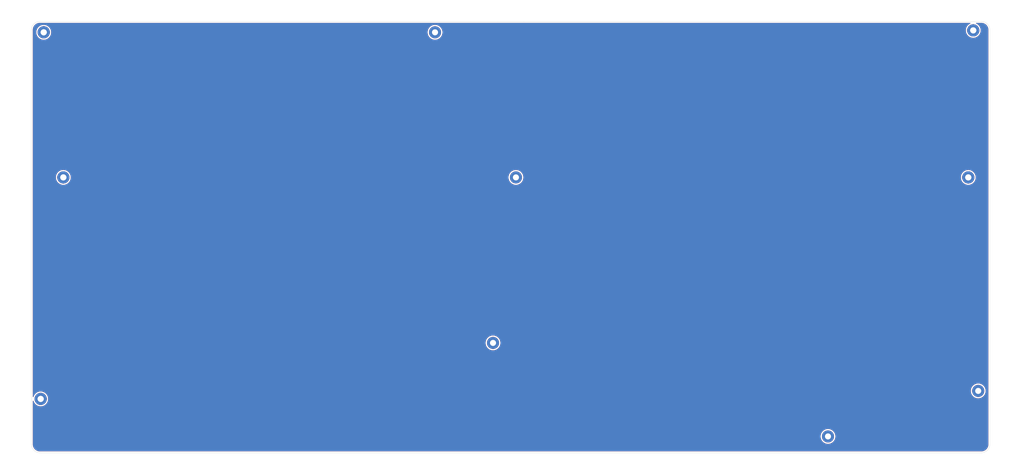
<source format=kicad_pcb>
(kicad_pcb (version 20211014) (generator pcbnew)
  (title_block (title "EnvKB") (date "2021-04-06") (rev "Rev.1"))
  (layers (0 "F.Cu" signal) (31 "B.Cu" signal) (34 "B.Paste" user) (35 "F.Paste" user) (36 "B.SilkS" user "B.Silkscreen") (37 "F.SilkS" user "F.Silkscreen") (38 "B.Mask" user) (39 "F.Mask" user) (44 "Edge.Cuts" user))
  (net 0 "")
  (footprint "MountingHole:MountingHole_2.2mm_M2_Pad" (layer "F.Cu") (at 376 116)
    (fp_text reference "H10")
    (fp_text value "MountingHole")
    (pad "1" thru_hole circle locked (at 0 0) (size 4.4 4.4) (drill 2.2) (layers *.Cu *.Mask))
  )
  (footprint "MountingHole:MountingHole_2.2mm_M2_Pad" (layer "F.Cu") (at 379.6 193.4)
    (fp_text reference "H4")
    (fp_text value "MountingHole")
    (pad "1" thru_hole circle locked (at 0 0) (size 4.4 4.4) (drill 2.2) (layers *.Cu *.Mask))
  )
  (footprint "MountingHole:MountingHole_2.2mm_M2_Pad" (layer "F.Cu") (at 212.2 116)
    (fp_text reference "H6")
    (fp_text value "MountingHole")
    (pad "1" thru_hole circle locked (at 0 0) (size 4.4 4.4) (drill 2.2) (layers *.Cu *.Mask))
  )
  (footprint "MountingHole:MountingHole_2.2mm_M2_Pad" (layer "F.Cu") (at 377.8 62.7)
    (fp_text reference "H1")
    (fp_text value "MountingHole")
    (pad "1" thru_hole circle locked (at 0 0) (size 4.4 4.4) (drill 2.2) (layers *.Cu *.Mask))
  )
  (footprint "MountingHole:MountingHole_2.2mm_M2_Pad" (layer "F.Cu") (at 40.1 196.3)
    (fp_text reference "H3")
    (fp_text value "MountingHole")
    (pad "1" thru_hole circle locked (at 0 0) (size 4.4 4.4) (drill 2.2) (layers *.Cu *.Mask))
  )
  (footprint "MountingHole:MountingHole_2.2mm_M2_Pad" (layer "F.Cu") (at 41.2 63.4)
    (fp_text reference "H0")
    (fp_text value "MountingHole")
    (pad "1" thru_hole circle locked (at 0 0) (size 4.4 4.4) (drill 2.2) (layers *.Cu *.Mask))
  )
  (footprint "MountingHole:MountingHole_2.2mm_M2_Pad" (layer "F.Cu") (at 48.3 116)
    (fp_text reference "H9")
    (fp_text value "MountingHole")
    (pad "1" thru_hole circle locked (at 0 0) (size 4.4 4.4) (drill 2.2) (layers *.Cu *.Mask))
  )
  (footprint "MountingHole:MountingHole_2.2mm_M2_Pad" (layer "F.Cu") (at 48.3 116)
    (fp_text reference "H9")
    (fp_text value "MountingHole")
    (pad "1" thru_hole circle locked (at 0 0) (size 4.4 4.4) (drill 2.2) (layers *.Cu *.Mask))
  )
  (footprint "MountingHole:MountingHole_2.2mm_M2_Pad" (layer "F.Cu") (at 376 116)
    (fp_text reference "H10")
    (fp_text value "MountingHole")
    (pad "1" thru_hole circle locked (at 0 0) (size 4.4 4.4) (drill 2.2) (layers *.Cu *.Mask))
  )
  (footprint "MountingHole:MountingHole_2.2mm_M2_Pad" (layer "F.Cu") (at 325.2 209.9)
    (fp_text reference "H4")
    (fp_text value "MountingHole")
    (pad "1" thru_hole circle locked (at 0 0) (size 4.4 4.4) (drill 2.2) (layers *.Cu *.Mask))
  )
  (footprint "MountingHole:MountingHole_2.2mm_M2_Pad" (layer "F.Cu") (at 182.9 63.4)
    (fp_text reference "H11")
    (fp_text value "MountingHole")
    (pad "1" thru_hole circle (at 0 0) (size 4.4 4.4) (drill 2.2) (layers *.Cu *.Mask))
  )
  (footprint "MountingHole:MountingHole_2.2mm_M2_Pad" (layer "F.Cu") (at 40.1 196.3)
    (fp_text reference "H3")
    (fp_text value "MountingHole")
    (pad "1" thru_hole circle locked (at 0 0) (size 4.4 4.4) (drill 2.2) (layers *.Cu *.Mask))
  )
  (footprint "MountingHole:MountingHole_2.2mm_M2_Pad" (layer "F.Cu") (at 41.2 63.4)
    (fp_text reference "H0")
    (fp_text value "MountingHole")
    (pad "1" thru_hole circle locked (at 0 0) (size 4.4 4.4) (drill 2.2) (layers *.Cu *.Mask))
  )
  (footprint "MountingHole:MountingHole_2.2mm_M2_Pad" (layer "F.Cu") (at 203.9 176)
    (fp_text reference "H7")
    (fp_text value "MountingHole")
    (pad "1" thru_hole circle (at 0 0) (size 4.4 4.4) (drill 2.2) (layers *.Cu *.Mask))
  )
  (footprint "MountingHole:MountingHole_2.2mm_M2_Pad" (layer "F.Cu") (at 377.8 62.7)
    (fp_text reference "H1")
    (fp_text value "MountingHole")
    (pad "1" thru_hole circle locked (at 0 0) (size 4.4 4.4) (drill 2.2) (layers *.Cu *.Mask))
  )
  (footprint "kibuzzard-63C98647" (layer "B.Cu") (at 210.267 137.685 180)
    (fp_text reference "kibuzzard-63C98647" hide)
    (fp_text value "G***" hide)
  )
  (footprint "kibuzzard-63C987FF" (layer "B.Cu") (at 241.25 153.25 180)
    (fp_text reference "kibuzzard-63C987FF" hide)
    (fp_text value "G***" hide)
  )
  (gr_arc (start 383.767 212.785) (mid 382.88832 214.90632) (end 380.767 215.785) (layer "Edge.Cuts") (width 0.1))
  (gr_line (start 205.56396 59.49) (end 39.767 59.485) (layer "Edge.Cuts") (width 0.1))
  (gr_line (start 383.767 62.485) (end 383.767 212.785) (layer "Edge.Cuts") (width 0.1))
  (gr_arc (start 36.767 62.485) (mid 37.64568 60.36368) (end 39.767 59.485) (layer "Edge.Cuts") (width 0.1))
  (gr_arc (start 39.767 215.785) (mid 37.64568 214.90632) (end 36.767 212.785) (layer "Edge.Cuts") (width 0.1))
  (gr_line (start 380.767 59.485) (end 214.97004 59.49) (layer "Edge.Cuts") (width 0.1))
  (gr_line (start 36.767 212.785) (end 36.767 62.485) (layer "Edge.Cuts") (width 0.1))
  (gr_line (start 380.767 215.785) (end 39.767 215.785) (layer "Edge.Cuts") (width 0.1))
  (gr_arc (start 380.767 59.485) (mid 382.88832 60.36368) (end 383.767 62.485) (layer "Edge.Cuts") (width 0.1))
  (gr_line (start 205.56396 59.49) (end 214.97004 59.49) (layer "Edge.Cuts") (width 0.1))
  (zone (net 0) (net_name "") (layers F&B.Cu) (connect_pads (clearance 0.5)) (min_thickness 0.254) (fill yes (thermal_gap 0.508) (thermal_bridge_width 0.508))
    (polygon (pts (xy 383.9 215.9) (xy 36.7 215.9) (xy 36.7 59.4) (xy 383.9 59.4)))
  )
)
</source>
